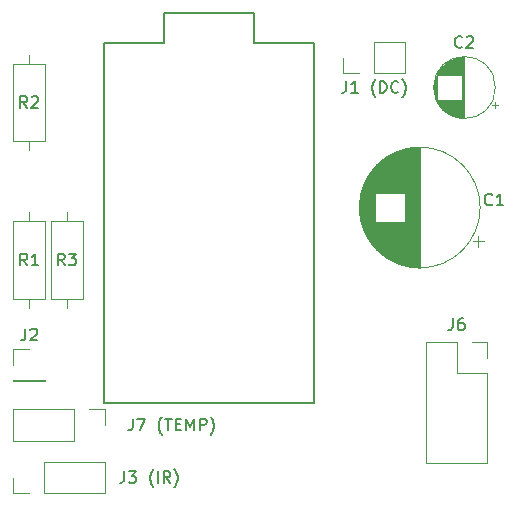
<source format=gbr>
G04 #@! TF.GenerationSoftware,KiCad,Pcbnew,5.0.1*
G04 #@! TF.CreationDate,2019-02-03T14:29:02+01:00*
G04 #@! TF.ProjectId,ardlantic,6172646C616E7469632E6B696361645F,rev?*
G04 #@! TF.SameCoordinates,Original*
G04 #@! TF.FileFunction,Legend,Top*
G04 #@! TF.FilePolarity,Positive*
%FSLAX46Y46*%
G04 Gerber Fmt 4.6, Leading zero omitted, Abs format (unit mm)*
G04 Created by KiCad (PCBNEW 5.0.1) date Sun 03 Feb 2019 02:29:02 PM CET*
%MOMM*%
%LPD*%
G01*
G04 APERTURE LIST*
%ADD10C,0.120000*%
%ADD11C,0.150000*%
G04 APERTURE END LIST*
D10*
G04 #@! TO.C,C1*
X139780000Y-66040000D02*
G75*
G03X139780000Y-66040000I-5120000J0D01*
G01*
X134660000Y-71120000D02*
X134660000Y-60960000D01*
X134620000Y-71120000D02*
X134620000Y-60960000D01*
X134580000Y-71120000D02*
X134580000Y-60960000D01*
X134540000Y-71119000D02*
X134540000Y-60961000D01*
X134500000Y-71118000D02*
X134500000Y-60962000D01*
X134460000Y-71117000D02*
X134460000Y-60963000D01*
X134420000Y-71115000D02*
X134420000Y-60965000D01*
X134380000Y-71113000D02*
X134380000Y-60967000D01*
X134340000Y-71110000D02*
X134340000Y-60970000D01*
X134300000Y-71108000D02*
X134300000Y-60972000D01*
X134260000Y-71105000D02*
X134260000Y-60975000D01*
X134220000Y-71102000D02*
X134220000Y-60978000D01*
X134180000Y-71098000D02*
X134180000Y-60982000D01*
X134140000Y-71094000D02*
X134140000Y-60986000D01*
X134100000Y-71090000D02*
X134100000Y-60990000D01*
X134060000Y-71085000D02*
X134060000Y-60995000D01*
X134020000Y-71080000D02*
X134020000Y-61000000D01*
X133980000Y-71075000D02*
X133980000Y-61005000D01*
X133939000Y-71070000D02*
X133939000Y-61010000D01*
X133899000Y-71064000D02*
X133899000Y-61016000D01*
X133859000Y-71058000D02*
X133859000Y-61022000D01*
X133819000Y-71051000D02*
X133819000Y-61029000D01*
X133779000Y-71044000D02*
X133779000Y-61036000D01*
X133739000Y-71037000D02*
X133739000Y-61043000D01*
X133699000Y-71030000D02*
X133699000Y-61050000D01*
X133659000Y-71022000D02*
X133659000Y-61058000D01*
X133619000Y-71014000D02*
X133619000Y-61066000D01*
X133579000Y-71005000D02*
X133579000Y-61075000D01*
X133539000Y-70996000D02*
X133539000Y-61084000D01*
X133499000Y-70987000D02*
X133499000Y-61093000D01*
X133459000Y-70978000D02*
X133459000Y-61102000D01*
X133419000Y-70968000D02*
X133419000Y-61112000D01*
X133379000Y-70958000D02*
X133379000Y-67281000D01*
X133379000Y-64799000D02*
X133379000Y-61122000D01*
X133339000Y-70947000D02*
X133339000Y-67281000D01*
X133339000Y-64799000D02*
X133339000Y-61133000D01*
X133299000Y-70937000D02*
X133299000Y-67281000D01*
X133299000Y-64799000D02*
X133299000Y-61143000D01*
X133259000Y-70925000D02*
X133259000Y-67281000D01*
X133259000Y-64799000D02*
X133259000Y-61155000D01*
X133219000Y-70914000D02*
X133219000Y-67281000D01*
X133219000Y-64799000D02*
X133219000Y-61166000D01*
X133179000Y-70902000D02*
X133179000Y-67281000D01*
X133179000Y-64799000D02*
X133179000Y-61178000D01*
X133139000Y-70890000D02*
X133139000Y-67281000D01*
X133139000Y-64799000D02*
X133139000Y-61190000D01*
X133099000Y-70877000D02*
X133099000Y-67281000D01*
X133099000Y-64799000D02*
X133099000Y-61203000D01*
X133059000Y-70864000D02*
X133059000Y-67281000D01*
X133059000Y-64799000D02*
X133059000Y-61216000D01*
X133019000Y-70851000D02*
X133019000Y-67281000D01*
X133019000Y-64799000D02*
X133019000Y-61229000D01*
X132979000Y-70837000D02*
X132979000Y-67281000D01*
X132979000Y-64799000D02*
X132979000Y-61243000D01*
X132939000Y-70823000D02*
X132939000Y-67281000D01*
X132939000Y-64799000D02*
X132939000Y-61257000D01*
X132899000Y-70808000D02*
X132899000Y-67281000D01*
X132899000Y-64799000D02*
X132899000Y-61272000D01*
X132859000Y-70794000D02*
X132859000Y-67281000D01*
X132859000Y-64799000D02*
X132859000Y-61286000D01*
X132819000Y-70778000D02*
X132819000Y-67281000D01*
X132819000Y-64799000D02*
X132819000Y-61302000D01*
X132779000Y-70763000D02*
X132779000Y-67281000D01*
X132779000Y-64799000D02*
X132779000Y-61317000D01*
X132739000Y-70747000D02*
X132739000Y-67281000D01*
X132739000Y-64799000D02*
X132739000Y-61333000D01*
X132699000Y-70730000D02*
X132699000Y-67281000D01*
X132699000Y-64799000D02*
X132699000Y-61350000D01*
X132659000Y-70714000D02*
X132659000Y-67281000D01*
X132659000Y-64799000D02*
X132659000Y-61366000D01*
X132619000Y-70697000D02*
X132619000Y-67281000D01*
X132619000Y-64799000D02*
X132619000Y-61383000D01*
X132579000Y-70679000D02*
X132579000Y-67281000D01*
X132579000Y-64799000D02*
X132579000Y-61401000D01*
X132539000Y-70661000D02*
X132539000Y-67281000D01*
X132539000Y-64799000D02*
X132539000Y-61419000D01*
X132499000Y-70643000D02*
X132499000Y-67281000D01*
X132499000Y-64799000D02*
X132499000Y-61437000D01*
X132459000Y-70624000D02*
X132459000Y-67281000D01*
X132459000Y-64799000D02*
X132459000Y-61456000D01*
X132419000Y-70604000D02*
X132419000Y-67281000D01*
X132419000Y-64799000D02*
X132419000Y-61476000D01*
X132379000Y-70585000D02*
X132379000Y-67281000D01*
X132379000Y-64799000D02*
X132379000Y-61495000D01*
X132339000Y-70565000D02*
X132339000Y-67281000D01*
X132339000Y-64799000D02*
X132339000Y-61515000D01*
X132299000Y-70544000D02*
X132299000Y-67281000D01*
X132299000Y-64799000D02*
X132299000Y-61536000D01*
X132259000Y-70523000D02*
X132259000Y-67281000D01*
X132259000Y-64799000D02*
X132259000Y-61557000D01*
X132219000Y-70502000D02*
X132219000Y-67281000D01*
X132219000Y-64799000D02*
X132219000Y-61578000D01*
X132179000Y-70480000D02*
X132179000Y-67281000D01*
X132179000Y-64799000D02*
X132179000Y-61600000D01*
X132139000Y-70457000D02*
X132139000Y-67281000D01*
X132139000Y-64799000D02*
X132139000Y-61623000D01*
X132099000Y-70435000D02*
X132099000Y-67281000D01*
X132099000Y-64799000D02*
X132099000Y-61645000D01*
X132059000Y-70411000D02*
X132059000Y-67281000D01*
X132059000Y-64799000D02*
X132059000Y-61669000D01*
X132019000Y-70387000D02*
X132019000Y-67281000D01*
X132019000Y-64799000D02*
X132019000Y-61693000D01*
X131979000Y-70363000D02*
X131979000Y-67281000D01*
X131979000Y-64799000D02*
X131979000Y-61717000D01*
X131939000Y-70338000D02*
X131939000Y-67281000D01*
X131939000Y-64799000D02*
X131939000Y-61742000D01*
X131899000Y-70313000D02*
X131899000Y-67281000D01*
X131899000Y-64799000D02*
X131899000Y-61767000D01*
X131859000Y-70287000D02*
X131859000Y-67281000D01*
X131859000Y-64799000D02*
X131859000Y-61793000D01*
X131819000Y-70261000D02*
X131819000Y-67281000D01*
X131819000Y-64799000D02*
X131819000Y-61819000D01*
X131779000Y-70234000D02*
X131779000Y-67281000D01*
X131779000Y-64799000D02*
X131779000Y-61846000D01*
X131739000Y-70206000D02*
X131739000Y-67281000D01*
X131739000Y-64799000D02*
X131739000Y-61874000D01*
X131699000Y-70178000D02*
X131699000Y-67281000D01*
X131699000Y-64799000D02*
X131699000Y-61902000D01*
X131659000Y-70150000D02*
X131659000Y-67281000D01*
X131659000Y-64799000D02*
X131659000Y-61930000D01*
X131619000Y-70120000D02*
X131619000Y-67281000D01*
X131619000Y-64799000D02*
X131619000Y-61960000D01*
X131579000Y-70090000D02*
X131579000Y-67281000D01*
X131579000Y-64799000D02*
X131579000Y-61990000D01*
X131539000Y-70060000D02*
X131539000Y-67281000D01*
X131539000Y-64799000D02*
X131539000Y-62020000D01*
X131499000Y-70029000D02*
X131499000Y-67281000D01*
X131499000Y-64799000D02*
X131499000Y-62051000D01*
X131459000Y-69997000D02*
X131459000Y-67281000D01*
X131459000Y-64799000D02*
X131459000Y-62083000D01*
X131419000Y-69965000D02*
X131419000Y-67281000D01*
X131419000Y-64799000D02*
X131419000Y-62115000D01*
X131379000Y-69932000D02*
X131379000Y-67281000D01*
X131379000Y-64799000D02*
X131379000Y-62148000D01*
X131339000Y-69898000D02*
X131339000Y-67281000D01*
X131339000Y-64799000D02*
X131339000Y-62182000D01*
X131299000Y-69864000D02*
X131299000Y-67281000D01*
X131299000Y-64799000D02*
X131299000Y-62216000D01*
X131259000Y-69829000D02*
X131259000Y-67281000D01*
X131259000Y-64799000D02*
X131259000Y-62251000D01*
X131219000Y-69793000D02*
X131219000Y-67281000D01*
X131219000Y-64799000D02*
X131219000Y-62287000D01*
X131179000Y-69756000D02*
X131179000Y-67281000D01*
X131179000Y-64799000D02*
X131179000Y-62324000D01*
X131139000Y-69719000D02*
X131139000Y-67281000D01*
X131139000Y-64799000D02*
X131139000Y-62361000D01*
X131099000Y-69680000D02*
X131099000Y-67281000D01*
X131099000Y-64799000D02*
X131099000Y-62400000D01*
X131059000Y-69641000D02*
X131059000Y-67281000D01*
X131059000Y-64799000D02*
X131059000Y-62439000D01*
X131019000Y-69601000D02*
X131019000Y-67281000D01*
X131019000Y-64799000D02*
X131019000Y-62479000D01*
X130979000Y-69560000D02*
X130979000Y-67281000D01*
X130979000Y-64799000D02*
X130979000Y-62520000D01*
X130939000Y-69518000D02*
X130939000Y-67281000D01*
X130939000Y-64799000D02*
X130939000Y-62562000D01*
X130899000Y-69476000D02*
X130899000Y-62604000D01*
X130859000Y-69432000D02*
X130859000Y-62648000D01*
X130819000Y-69387000D02*
X130819000Y-62693000D01*
X130779000Y-69341000D02*
X130779000Y-62739000D01*
X130739000Y-69294000D02*
X130739000Y-62786000D01*
X130699000Y-69246000D02*
X130699000Y-62834000D01*
X130659000Y-69196000D02*
X130659000Y-62884000D01*
X130619000Y-69146000D02*
X130619000Y-62934000D01*
X130579000Y-69094000D02*
X130579000Y-62986000D01*
X130539000Y-69040000D02*
X130539000Y-63040000D01*
X130499000Y-68985000D02*
X130499000Y-63095000D01*
X130459000Y-68929000D02*
X130459000Y-63151000D01*
X130419000Y-68870000D02*
X130419000Y-63210000D01*
X130379000Y-68810000D02*
X130379000Y-63270000D01*
X130339000Y-68749000D02*
X130339000Y-63331000D01*
X130299000Y-68685000D02*
X130299000Y-63395000D01*
X130259000Y-68619000D02*
X130259000Y-63461000D01*
X130219000Y-68550000D02*
X130219000Y-63530000D01*
X130179000Y-68479000D02*
X130179000Y-63601000D01*
X130139000Y-68405000D02*
X130139000Y-63675000D01*
X130099000Y-68329000D02*
X130099000Y-63751000D01*
X130059000Y-68249000D02*
X130059000Y-63831000D01*
X130019000Y-68165000D02*
X130019000Y-63915000D01*
X129979000Y-68077000D02*
X129979000Y-64003000D01*
X129939000Y-67984000D02*
X129939000Y-64096000D01*
X129899000Y-67886000D02*
X129899000Y-64194000D01*
X129859000Y-67782000D02*
X129859000Y-64298000D01*
X129819000Y-67670000D02*
X129819000Y-64410000D01*
X129779000Y-67550000D02*
X129779000Y-64530000D01*
X129739000Y-67418000D02*
X129739000Y-64662000D01*
X129699000Y-67270000D02*
X129699000Y-64810000D01*
X129659000Y-67102000D02*
X129659000Y-64978000D01*
X129619000Y-66902000D02*
X129619000Y-65178000D01*
X129579000Y-66639000D02*
X129579000Y-65441000D01*
X140139646Y-68915000D02*
X139139646Y-68915000D01*
X139639646Y-69415000D02*
X139639646Y-68415000D01*
G04 #@! TO.C,J1 (DC)*
X128210000Y-54670000D02*
X128210000Y-53340000D01*
X129540000Y-54670000D02*
X128210000Y-54670000D01*
X130810000Y-54670000D02*
X130810000Y-52010000D01*
X130810000Y-52010000D02*
X133410000Y-52010000D01*
X130810000Y-54670000D02*
X133410000Y-54670000D01*
X133410000Y-54670000D02*
X133410000Y-52010000D01*
G04 #@! TO.C,J2*
X100270000Y-78045000D02*
X101600000Y-78045000D01*
X100270000Y-79375000D02*
X100270000Y-78045000D01*
X100270000Y-80645000D02*
X102930000Y-80645000D01*
X102930000Y-80645000D02*
X102930000Y-80705000D01*
X100270000Y-80645000D02*
X100270000Y-80705000D01*
X100270000Y-80705000D02*
X102930000Y-80705000D01*
G04 #@! TO.C,J3 (IR)*
X100270000Y-90230000D02*
X100270000Y-88900000D01*
X101600000Y-90230000D02*
X100270000Y-90230000D01*
X102870000Y-90230000D02*
X102870000Y-87570000D01*
X102870000Y-87570000D02*
X108010000Y-87570000D01*
X102870000Y-90230000D02*
X108010000Y-90230000D01*
X108010000Y-90230000D02*
X108010000Y-87570000D01*
G04 #@! TO.C,J6*
X139065000Y-77410000D02*
X140395000Y-77410000D01*
X140395000Y-77410000D02*
X140395000Y-78740000D01*
X137795000Y-77410000D02*
X137795000Y-80010000D01*
X137795000Y-80010000D02*
X140395000Y-80010000D01*
X140395000Y-80010000D02*
X140395000Y-87690000D01*
X135195000Y-87690000D02*
X140395000Y-87690000D01*
X135195000Y-77410000D02*
X135195000Y-87690000D01*
X135195000Y-77410000D02*
X137795000Y-77410000D01*
G04 #@! TO.C,R1*
X100230000Y-73755000D02*
X102970000Y-73755000D01*
X102970000Y-73755000D02*
X102970000Y-67215000D01*
X102970000Y-67215000D02*
X100230000Y-67215000D01*
X100230000Y-67215000D02*
X100230000Y-73755000D01*
X101600000Y-74525000D02*
X101600000Y-73755000D01*
X101600000Y-66445000D02*
X101600000Y-67215000D01*
G04 #@! TO.C,R2*
X101600000Y-53110000D02*
X101600000Y-53880000D01*
X101600000Y-61190000D02*
X101600000Y-60420000D01*
X100230000Y-53880000D02*
X100230000Y-60420000D01*
X102970000Y-53880000D02*
X100230000Y-53880000D01*
X102970000Y-60420000D02*
X102970000Y-53880000D01*
X100230000Y-60420000D02*
X102970000Y-60420000D01*
D11*
G04 #@! TO.C,U1*
X107950000Y-52070000D02*
X107950000Y-82550000D01*
X107950000Y-52070000D02*
X113030000Y-52070000D01*
X113030000Y-52070000D02*
X113030000Y-49530000D01*
X113030000Y-49530000D02*
X120650000Y-49530000D01*
X120650000Y-49530000D02*
X120650000Y-52070000D01*
X120650000Y-52070000D02*
X125730000Y-52070000D01*
X125730000Y-52070000D02*
X125730000Y-82550000D01*
X125730000Y-82550000D02*
X107950000Y-82550000D01*
D10*
G04 #@! TO.C,C2*
X141070000Y-55880000D02*
G75*
G03X141070000Y-55880000I-2620000J0D01*
G01*
X138450000Y-58460000D02*
X138450000Y-53300000D01*
X138410000Y-58460000D02*
X138410000Y-53300000D01*
X138370000Y-58459000D02*
X138370000Y-53301000D01*
X138330000Y-58458000D02*
X138330000Y-53302000D01*
X138290000Y-58456000D02*
X138290000Y-53304000D01*
X138250000Y-58453000D02*
X138250000Y-53307000D01*
X138210000Y-58449000D02*
X138210000Y-56920000D01*
X138210000Y-54840000D02*
X138210000Y-53311000D01*
X138170000Y-58445000D02*
X138170000Y-56920000D01*
X138170000Y-54840000D02*
X138170000Y-53315000D01*
X138130000Y-58441000D02*
X138130000Y-56920000D01*
X138130000Y-54840000D02*
X138130000Y-53319000D01*
X138090000Y-58436000D02*
X138090000Y-56920000D01*
X138090000Y-54840000D02*
X138090000Y-53324000D01*
X138050000Y-58430000D02*
X138050000Y-56920000D01*
X138050000Y-54840000D02*
X138050000Y-53330000D01*
X138010000Y-58423000D02*
X138010000Y-56920000D01*
X138010000Y-54840000D02*
X138010000Y-53337000D01*
X137970000Y-58416000D02*
X137970000Y-56920000D01*
X137970000Y-54840000D02*
X137970000Y-53344000D01*
X137930000Y-58408000D02*
X137930000Y-56920000D01*
X137930000Y-54840000D02*
X137930000Y-53352000D01*
X137890000Y-58400000D02*
X137890000Y-56920000D01*
X137890000Y-54840000D02*
X137890000Y-53360000D01*
X137850000Y-58391000D02*
X137850000Y-56920000D01*
X137850000Y-54840000D02*
X137850000Y-53369000D01*
X137810000Y-58381000D02*
X137810000Y-56920000D01*
X137810000Y-54840000D02*
X137810000Y-53379000D01*
X137770000Y-58371000D02*
X137770000Y-56920000D01*
X137770000Y-54840000D02*
X137770000Y-53389000D01*
X137729000Y-58360000D02*
X137729000Y-56920000D01*
X137729000Y-54840000D02*
X137729000Y-53400000D01*
X137689000Y-58348000D02*
X137689000Y-56920000D01*
X137689000Y-54840000D02*
X137689000Y-53412000D01*
X137649000Y-58335000D02*
X137649000Y-56920000D01*
X137649000Y-54840000D02*
X137649000Y-53425000D01*
X137609000Y-58322000D02*
X137609000Y-56920000D01*
X137609000Y-54840000D02*
X137609000Y-53438000D01*
X137569000Y-58308000D02*
X137569000Y-56920000D01*
X137569000Y-54840000D02*
X137569000Y-53452000D01*
X137529000Y-58294000D02*
X137529000Y-56920000D01*
X137529000Y-54840000D02*
X137529000Y-53466000D01*
X137489000Y-58278000D02*
X137489000Y-56920000D01*
X137489000Y-54840000D02*
X137489000Y-53482000D01*
X137449000Y-58262000D02*
X137449000Y-56920000D01*
X137449000Y-54840000D02*
X137449000Y-53498000D01*
X137409000Y-58245000D02*
X137409000Y-56920000D01*
X137409000Y-54840000D02*
X137409000Y-53515000D01*
X137369000Y-58228000D02*
X137369000Y-56920000D01*
X137369000Y-54840000D02*
X137369000Y-53532000D01*
X137329000Y-58209000D02*
X137329000Y-56920000D01*
X137329000Y-54840000D02*
X137329000Y-53551000D01*
X137289000Y-58190000D02*
X137289000Y-56920000D01*
X137289000Y-54840000D02*
X137289000Y-53570000D01*
X137249000Y-58170000D02*
X137249000Y-56920000D01*
X137249000Y-54840000D02*
X137249000Y-53590000D01*
X137209000Y-58148000D02*
X137209000Y-56920000D01*
X137209000Y-54840000D02*
X137209000Y-53612000D01*
X137169000Y-58127000D02*
X137169000Y-56920000D01*
X137169000Y-54840000D02*
X137169000Y-53633000D01*
X137129000Y-58104000D02*
X137129000Y-56920000D01*
X137129000Y-54840000D02*
X137129000Y-53656000D01*
X137089000Y-58080000D02*
X137089000Y-56920000D01*
X137089000Y-54840000D02*
X137089000Y-53680000D01*
X137049000Y-58055000D02*
X137049000Y-56920000D01*
X137049000Y-54840000D02*
X137049000Y-53705000D01*
X137009000Y-58029000D02*
X137009000Y-56920000D01*
X137009000Y-54840000D02*
X137009000Y-53731000D01*
X136969000Y-58002000D02*
X136969000Y-56920000D01*
X136969000Y-54840000D02*
X136969000Y-53758000D01*
X136929000Y-57975000D02*
X136929000Y-56920000D01*
X136929000Y-54840000D02*
X136929000Y-53785000D01*
X136889000Y-57945000D02*
X136889000Y-56920000D01*
X136889000Y-54840000D02*
X136889000Y-53815000D01*
X136849000Y-57915000D02*
X136849000Y-56920000D01*
X136849000Y-54840000D02*
X136849000Y-53845000D01*
X136809000Y-57884000D02*
X136809000Y-56920000D01*
X136809000Y-54840000D02*
X136809000Y-53876000D01*
X136769000Y-57851000D02*
X136769000Y-56920000D01*
X136769000Y-54840000D02*
X136769000Y-53909000D01*
X136729000Y-57817000D02*
X136729000Y-56920000D01*
X136729000Y-54840000D02*
X136729000Y-53943000D01*
X136689000Y-57781000D02*
X136689000Y-56920000D01*
X136689000Y-54840000D02*
X136689000Y-53979000D01*
X136649000Y-57744000D02*
X136649000Y-56920000D01*
X136649000Y-54840000D02*
X136649000Y-54016000D01*
X136609000Y-57706000D02*
X136609000Y-56920000D01*
X136609000Y-54840000D02*
X136609000Y-54054000D01*
X136569000Y-57665000D02*
X136569000Y-56920000D01*
X136569000Y-54840000D02*
X136569000Y-54095000D01*
X136529000Y-57623000D02*
X136529000Y-56920000D01*
X136529000Y-54840000D02*
X136529000Y-54137000D01*
X136489000Y-57579000D02*
X136489000Y-56920000D01*
X136489000Y-54840000D02*
X136489000Y-54181000D01*
X136449000Y-57533000D02*
X136449000Y-56920000D01*
X136449000Y-54840000D02*
X136449000Y-54227000D01*
X136409000Y-57485000D02*
X136409000Y-56920000D01*
X136409000Y-54840000D02*
X136409000Y-54275000D01*
X136369000Y-57434000D02*
X136369000Y-56920000D01*
X136369000Y-54840000D02*
X136369000Y-54326000D01*
X136329000Y-57380000D02*
X136329000Y-56920000D01*
X136329000Y-54840000D02*
X136329000Y-54380000D01*
X136289000Y-57323000D02*
X136289000Y-56920000D01*
X136289000Y-54840000D02*
X136289000Y-54437000D01*
X136249000Y-57263000D02*
X136249000Y-56920000D01*
X136249000Y-54840000D02*
X136249000Y-54497000D01*
X136209000Y-57199000D02*
X136209000Y-56920000D01*
X136209000Y-54840000D02*
X136209000Y-54561000D01*
X136169000Y-57131000D02*
X136169000Y-56920000D01*
X136169000Y-54840000D02*
X136169000Y-54629000D01*
X136129000Y-57058000D02*
X136129000Y-54702000D01*
X136089000Y-56978000D02*
X136089000Y-54782000D01*
X136049000Y-56891000D02*
X136049000Y-54869000D01*
X136009000Y-56795000D02*
X136009000Y-54965000D01*
X135969000Y-56685000D02*
X135969000Y-55075000D01*
X135929000Y-56557000D02*
X135929000Y-55203000D01*
X135889000Y-56398000D02*
X135889000Y-55362000D01*
X135849000Y-56164000D02*
X135849000Y-55596000D01*
X141254775Y-57355000D02*
X140754775Y-57355000D01*
X141004775Y-57605000D02*
X141004775Y-57105000D01*
G04 #@! TO.C,J7 (TEMP)*
X100270000Y-83125000D02*
X100270000Y-85785000D01*
X105410000Y-83125000D02*
X100270000Y-83125000D01*
X105410000Y-85785000D02*
X100270000Y-85785000D01*
X105410000Y-83125000D02*
X105410000Y-85785000D01*
X106680000Y-83125000D02*
X108010000Y-83125000D01*
X108010000Y-83125000D02*
X108010000Y-84455000D01*
G04 #@! TO.C,R3*
X103405000Y-73755000D02*
X106145000Y-73755000D01*
X106145000Y-73755000D02*
X106145000Y-67215000D01*
X106145000Y-67215000D02*
X103405000Y-67215000D01*
X103405000Y-67215000D02*
X103405000Y-73755000D01*
X104775000Y-74525000D02*
X104775000Y-73755000D01*
X104775000Y-66445000D02*
X104775000Y-67215000D01*
G04 #@! TO.C,C1*
D11*
X140803333Y-65762142D02*
X140755714Y-65809761D01*
X140612857Y-65857380D01*
X140517619Y-65857380D01*
X140374761Y-65809761D01*
X140279523Y-65714523D01*
X140231904Y-65619285D01*
X140184285Y-65428809D01*
X140184285Y-65285952D01*
X140231904Y-65095476D01*
X140279523Y-65000238D01*
X140374761Y-64905000D01*
X140517619Y-64857380D01*
X140612857Y-64857380D01*
X140755714Y-64905000D01*
X140803333Y-64952619D01*
X141755714Y-65857380D02*
X141184285Y-65857380D01*
X141470000Y-65857380D02*
X141470000Y-64857380D01*
X141374761Y-65000238D01*
X141279523Y-65095476D01*
X141184285Y-65143095D01*
G04 #@! TO.C,J1 (DC)*
X128429047Y-55332380D02*
X128429047Y-56046666D01*
X128381428Y-56189523D01*
X128286190Y-56284761D01*
X128143333Y-56332380D01*
X128048095Y-56332380D01*
X129429047Y-56332380D02*
X128857619Y-56332380D01*
X129143333Y-56332380D02*
X129143333Y-55332380D01*
X129048095Y-55475238D01*
X128952857Y-55570476D01*
X128857619Y-55618095D01*
X130905238Y-56713333D02*
X130857619Y-56665714D01*
X130762380Y-56522857D01*
X130714761Y-56427619D01*
X130667142Y-56284761D01*
X130619523Y-56046666D01*
X130619523Y-55856190D01*
X130667142Y-55618095D01*
X130714761Y-55475238D01*
X130762380Y-55380000D01*
X130857619Y-55237142D01*
X130905238Y-55189523D01*
X131286190Y-56332380D02*
X131286190Y-55332380D01*
X131524285Y-55332380D01*
X131667142Y-55380000D01*
X131762380Y-55475238D01*
X131810000Y-55570476D01*
X131857619Y-55760952D01*
X131857619Y-55903809D01*
X131810000Y-56094285D01*
X131762380Y-56189523D01*
X131667142Y-56284761D01*
X131524285Y-56332380D01*
X131286190Y-56332380D01*
X132857619Y-56237142D02*
X132810000Y-56284761D01*
X132667142Y-56332380D01*
X132571904Y-56332380D01*
X132429047Y-56284761D01*
X132333809Y-56189523D01*
X132286190Y-56094285D01*
X132238571Y-55903809D01*
X132238571Y-55760952D01*
X132286190Y-55570476D01*
X132333809Y-55475238D01*
X132429047Y-55380000D01*
X132571904Y-55332380D01*
X132667142Y-55332380D01*
X132810000Y-55380000D01*
X132857619Y-55427619D01*
X133190952Y-56713333D02*
X133238571Y-56665714D01*
X133333809Y-56522857D01*
X133381428Y-56427619D01*
X133429047Y-56284761D01*
X133476666Y-56046666D01*
X133476666Y-55856190D01*
X133429047Y-55618095D01*
X133381428Y-55475238D01*
X133333809Y-55380000D01*
X133238571Y-55237142D01*
X133190952Y-55189523D01*
G04 #@! TO.C,J2*
X101266666Y-76287380D02*
X101266666Y-77001666D01*
X101219047Y-77144523D01*
X101123809Y-77239761D01*
X100980952Y-77287380D01*
X100885714Y-77287380D01*
X101695238Y-76382619D02*
X101742857Y-76335000D01*
X101838095Y-76287380D01*
X102076190Y-76287380D01*
X102171428Y-76335000D01*
X102219047Y-76382619D01*
X102266666Y-76477857D01*
X102266666Y-76573095D01*
X102219047Y-76715952D01*
X101647619Y-77287380D01*
X102266666Y-77287380D01*
G04 #@! TO.C,J3 (IR)*
X109640952Y-88352380D02*
X109640952Y-89066666D01*
X109593333Y-89209523D01*
X109498095Y-89304761D01*
X109355238Y-89352380D01*
X109260000Y-89352380D01*
X110021904Y-88352380D02*
X110640952Y-88352380D01*
X110307619Y-88733333D01*
X110450476Y-88733333D01*
X110545714Y-88780952D01*
X110593333Y-88828571D01*
X110640952Y-88923809D01*
X110640952Y-89161904D01*
X110593333Y-89257142D01*
X110545714Y-89304761D01*
X110450476Y-89352380D01*
X110164761Y-89352380D01*
X110069523Y-89304761D01*
X110021904Y-89257142D01*
X112117142Y-89733333D02*
X112069523Y-89685714D01*
X111974285Y-89542857D01*
X111926666Y-89447619D01*
X111879047Y-89304761D01*
X111831428Y-89066666D01*
X111831428Y-88876190D01*
X111879047Y-88638095D01*
X111926666Y-88495238D01*
X111974285Y-88400000D01*
X112069523Y-88257142D01*
X112117142Y-88209523D01*
X112498095Y-89352380D02*
X112498095Y-88352380D01*
X113545714Y-89352380D02*
X113212380Y-88876190D01*
X112974285Y-89352380D02*
X112974285Y-88352380D01*
X113355238Y-88352380D01*
X113450476Y-88400000D01*
X113498095Y-88447619D01*
X113545714Y-88542857D01*
X113545714Y-88685714D01*
X113498095Y-88780952D01*
X113450476Y-88828571D01*
X113355238Y-88876190D01*
X112974285Y-88876190D01*
X113879047Y-89733333D02*
X113926666Y-89685714D01*
X114021904Y-89542857D01*
X114069523Y-89447619D01*
X114117142Y-89304761D01*
X114164761Y-89066666D01*
X114164761Y-88876190D01*
X114117142Y-88638095D01*
X114069523Y-88495238D01*
X114021904Y-88400000D01*
X113926666Y-88257142D01*
X113879047Y-88209523D01*
G04 #@! TO.C,J6*
X137461666Y-75422380D02*
X137461666Y-76136666D01*
X137414047Y-76279523D01*
X137318809Y-76374761D01*
X137175952Y-76422380D01*
X137080714Y-76422380D01*
X138366428Y-75422380D02*
X138175952Y-75422380D01*
X138080714Y-75470000D01*
X138033095Y-75517619D01*
X137937857Y-75660476D01*
X137890238Y-75850952D01*
X137890238Y-76231904D01*
X137937857Y-76327142D01*
X137985476Y-76374761D01*
X138080714Y-76422380D01*
X138271190Y-76422380D01*
X138366428Y-76374761D01*
X138414047Y-76327142D01*
X138461666Y-76231904D01*
X138461666Y-75993809D01*
X138414047Y-75898571D01*
X138366428Y-75850952D01*
X138271190Y-75803333D01*
X138080714Y-75803333D01*
X137985476Y-75850952D01*
X137937857Y-75898571D01*
X137890238Y-75993809D01*
G04 #@! TO.C,R1*
X101433333Y-70937380D02*
X101100000Y-70461190D01*
X100861904Y-70937380D02*
X100861904Y-69937380D01*
X101242857Y-69937380D01*
X101338095Y-69985000D01*
X101385714Y-70032619D01*
X101433333Y-70127857D01*
X101433333Y-70270714D01*
X101385714Y-70365952D01*
X101338095Y-70413571D01*
X101242857Y-70461190D01*
X100861904Y-70461190D01*
X102385714Y-70937380D02*
X101814285Y-70937380D01*
X102100000Y-70937380D02*
X102100000Y-69937380D01*
X102004761Y-70080238D01*
X101909523Y-70175476D01*
X101814285Y-70223095D01*
G04 #@! TO.C,R2*
X101433333Y-57602380D02*
X101100000Y-57126190D01*
X100861904Y-57602380D02*
X100861904Y-56602380D01*
X101242857Y-56602380D01*
X101338095Y-56650000D01*
X101385714Y-56697619D01*
X101433333Y-56792857D01*
X101433333Y-56935714D01*
X101385714Y-57030952D01*
X101338095Y-57078571D01*
X101242857Y-57126190D01*
X100861904Y-57126190D01*
X101814285Y-56697619D02*
X101861904Y-56650000D01*
X101957142Y-56602380D01*
X102195238Y-56602380D01*
X102290476Y-56650000D01*
X102338095Y-56697619D01*
X102385714Y-56792857D01*
X102385714Y-56888095D01*
X102338095Y-57030952D01*
X101766666Y-57602380D01*
X102385714Y-57602380D01*
G04 #@! TO.C,C2*
X138263333Y-52427142D02*
X138215714Y-52474761D01*
X138072857Y-52522380D01*
X137977619Y-52522380D01*
X137834761Y-52474761D01*
X137739523Y-52379523D01*
X137691904Y-52284285D01*
X137644285Y-52093809D01*
X137644285Y-51950952D01*
X137691904Y-51760476D01*
X137739523Y-51665238D01*
X137834761Y-51570000D01*
X137977619Y-51522380D01*
X138072857Y-51522380D01*
X138215714Y-51570000D01*
X138263333Y-51617619D01*
X138644285Y-51617619D02*
X138691904Y-51570000D01*
X138787142Y-51522380D01*
X139025238Y-51522380D01*
X139120476Y-51570000D01*
X139168095Y-51617619D01*
X139215714Y-51712857D01*
X139215714Y-51808095D01*
X139168095Y-51950952D01*
X138596666Y-52522380D01*
X139215714Y-52522380D01*
G04 #@! TO.C,J7 (TEMP)*
X110379285Y-83907380D02*
X110379285Y-84621666D01*
X110331666Y-84764523D01*
X110236428Y-84859761D01*
X110093571Y-84907380D01*
X109998333Y-84907380D01*
X110760238Y-83907380D02*
X111426904Y-83907380D01*
X110998333Y-84907380D01*
X112855476Y-85288333D02*
X112807857Y-85240714D01*
X112712619Y-85097857D01*
X112665000Y-85002619D01*
X112617380Y-84859761D01*
X112569761Y-84621666D01*
X112569761Y-84431190D01*
X112617380Y-84193095D01*
X112665000Y-84050238D01*
X112712619Y-83955000D01*
X112807857Y-83812142D01*
X112855476Y-83764523D01*
X113093571Y-83907380D02*
X113665000Y-83907380D01*
X113379285Y-84907380D02*
X113379285Y-83907380D01*
X113998333Y-84383571D02*
X114331666Y-84383571D01*
X114474523Y-84907380D02*
X113998333Y-84907380D01*
X113998333Y-83907380D01*
X114474523Y-83907380D01*
X114903095Y-84907380D02*
X114903095Y-83907380D01*
X115236428Y-84621666D01*
X115569761Y-83907380D01*
X115569761Y-84907380D01*
X116045952Y-84907380D02*
X116045952Y-83907380D01*
X116426904Y-83907380D01*
X116522142Y-83955000D01*
X116569761Y-84002619D01*
X116617380Y-84097857D01*
X116617380Y-84240714D01*
X116569761Y-84335952D01*
X116522142Y-84383571D01*
X116426904Y-84431190D01*
X116045952Y-84431190D01*
X116950714Y-85288333D02*
X116998333Y-85240714D01*
X117093571Y-85097857D01*
X117141190Y-85002619D01*
X117188809Y-84859761D01*
X117236428Y-84621666D01*
X117236428Y-84431190D01*
X117188809Y-84193095D01*
X117141190Y-84050238D01*
X117093571Y-83955000D01*
X116998333Y-83812142D01*
X116950714Y-83764523D01*
G04 #@! TO.C,R3*
X104608333Y-70937380D02*
X104275000Y-70461190D01*
X104036904Y-70937380D02*
X104036904Y-69937380D01*
X104417857Y-69937380D01*
X104513095Y-69985000D01*
X104560714Y-70032619D01*
X104608333Y-70127857D01*
X104608333Y-70270714D01*
X104560714Y-70365952D01*
X104513095Y-70413571D01*
X104417857Y-70461190D01*
X104036904Y-70461190D01*
X104941666Y-69937380D02*
X105560714Y-69937380D01*
X105227380Y-70318333D01*
X105370238Y-70318333D01*
X105465476Y-70365952D01*
X105513095Y-70413571D01*
X105560714Y-70508809D01*
X105560714Y-70746904D01*
X105513095Y-70842142D01*
X105465476Y-70889761D01*
X105370238Y-70937380D01*
X105084523Y-70937380D01*
X104989285Y-70889761D01*
X104941666Y-70842142D01*
G04 #@! TD*
M02*

</source>
